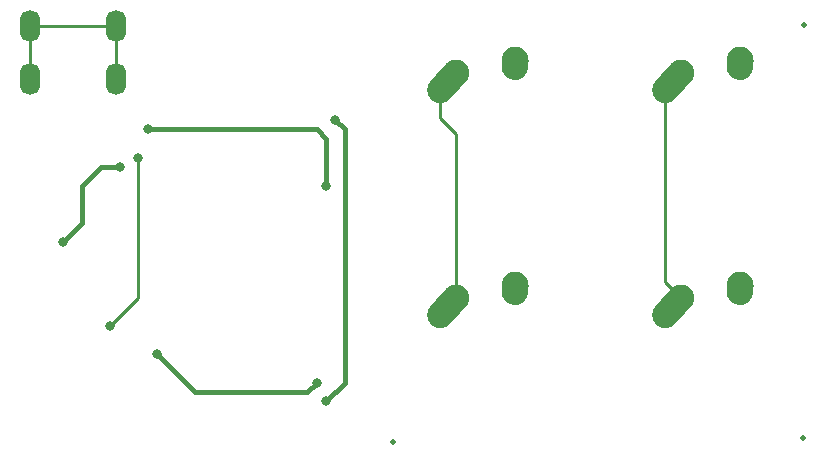
<source format=gtl>
%TF.GenerationSoftware,KiCad,Pcbnew,(5.1.10)-1*%
%TF.CreationDate,2022-03-08T18:09:42-05:00*%
%TF.ProjectId,DIY_Keyboard_PCB,4449595f-4b65-4796-926f-6172645f5043,rev?*%
%TF.SameCoordinates,Original*%
%TF.FileFunction,Copper,L1,Top*%
%TF.FilePolarity,Positive*%
%FSLAX46Y46*%
G04 Gerber Fmt 4.6, Leading zero omitted, Abs format (unit mm)*
G04 Created by KiCad (PCBNEW (5.1.10)-1) date 2022-03-08 18:09:42*
%MOMM*%
%LPD*%
G01*
G04 APERTURE LIST*
%TA.AperFunction,SMDPad,CuDef*%
%ADD10C,0.500000*%
%TD*%
%TA.AperFunction,ComponentPad*%
%ADD11O,1.700000X2.700000*%
%TD*%
%TA.AperFunction,ComponentPad*%
%ADD12C,2.250000*%
%TD*%
%TA.AperFunction,ViaPad*%
%ADD13C,0.800000*%
%TD*%
%TA.AperFunction,Conductor*%
%ADD14C,0.381000*%
%TD*%
%TA.AperFunction,Conductor*%
%ADD15C,0.254000*%
%TD*%
G04 APERTURE END LIST*
D10*
%TO.P,FID3,*%
%TO.N,*%
X142748000Y-167386000D03*
%TD*%
%TO.P,FID2,*%
%TO.N,*%
X142875000Y-132461000D03*
%TD*%
%TO.P,FID1,*%
%TO.N,*%
X108077000Y-167767000D03*
%TD*%
D11*
%TO.P,USB1,6*%
%TO.N,Net-(USB1-Pad6)*%
X77312500Y-132556250D03*
X84612500Y-132556250D03*
X84612500Y-137056250D03*
X77312500Y-137056250D03*
%TD*%
D12*
%TO.P,MX4,1*%
%TO.N,COL1*%
X132437500Y-155543750D03*
%TA.AperFunction,ComponentPad*%
G36*
G01*
X130376188Y-157841100D02*
X130376183Y-157841095D01*
G75*
G02*
X130290155Y-156252433I751317J837345D01*
G01*
X131600157Y-154792433D01*
G75*
G02*
X133188819Y-154706405I837345J-751317D01*
G01*
X133188819Y-154706405D01*
G75*
G02*
X133274847Y-156295067I-751317J-837345D01*
G01*
X131964845Y-157755067D01*
G75*
G02*
X130376183Y-157841095I-837345J751317D01*
G01*
G37*
%TD.AperFunction*%
%TO.P,MX4,2*%
%TO.N,Net-(D4-Pad2)*%
X137477500Y-154463750D03*
%TA.AperFunction,ComponentPad*%
G36*
G01*
X137360983Y-156166145D02*
X137360097Y-156166084D01*
G75*
G02*
X136315166Y-154966347I77403J1122334D01*
G01*
X136355166Y-154386347D01*
G75*
G02*
X137554903Y-153341416I1122334J-77403D01*
G01*
X137554903Y-153341416D01*
G75*
G02*
X138599834Y-154541153I-77403J-1122334D01*
G01*
X138559834Y-155121153D01*
G75*
G02*
X137360097Y-156166084I-1122334J77403D01*
G01*
G37*
%TD.AperFunction*%
%TD*%
%TO.P,MX3,1*%
%TO.N,COL1*%
X132437500Y-136493750D03*
%TA.AperFunction,ComponentPad*%
G36*
G01*
X130376188Y-138791100D02*
X130376183Y-138791095D01*
G75*
G02*
X130290155Y-137202433I751317J837345D01*
G01*
X131600157Y-135742433D01*
G75*
G02*
X133188819Y-135656405I837345J-751317D01*
G01*
X133188819Y-135656405D01*
G75*
G02*
X133274847Y-137245067I-751317J-837345D01*
G01*
X131964845Y-138705067D01*
G75*
G02*
X130376183Y-138791095I-837345J751317D01*
G01*
G37*
%TD.AperFunction*%
%TO.P,MX3,2*%
%TO.N,Net-(D3-Pad2)*%
X137477500Y-135413750D03*
%TA.AperFunction,ComponentPad*%
G36*
G01*
X137360983Y-137116145D02*
X137360097Y-137116084D01*
G75*
G02*
X136315166Y-135916347I77403J1122334D01*
G01*
X136355166Y-135336347D01*
G75*
G02*
X137554903Y-134291416I1122334J-77403D01*
G01*
X137554903Y-134291416D01*
G75*
G02*
X138599834Y-135491153I-77403J-1122334D01*
G01*
X138559834Y-136071153D01*
G75*
G02*
X137360097Y-137116084I-1122334J77403D01*
G01*
G37*
%TD.AperFunction*%
%TD*%
%TO.P,MX2,1*%
%TO.N,COL0*%
X113387500Y-155543750D03*
%TA.AperFunction,ComponentPad*%
G36*
G01*
X111326188Y-157841100D02*
X111326183Y-157841095D01*
G75*
G02*
X111240155Y-156252433I751317J837345D01*
G01*
X112550157Y-154792433D01*
G75*
G02*
X114138819Y-154706405I837345J-751317D01*
G01*
X114138819Y-154706405D01*
G75*
G02*
X114224847Y-156295067I-751317J-837345D01*
G01*
X112914845Y-157755067D01*
G75*
G02*
X111326183Y-157841095I-837345J751317D01*
G01*
G37*
%TD.AperFunction*%
%TO.P,MX2,2*%
%TO.N,Net-(D2-Pad2)*%
X118427500Y-154463750D03*
%TA.AperFunction,ComponentPad*%
G36*
G01*
X118310983Y-156166145D02*
X118310097Y-156166084D01*
G75*
G02*
X117265166Y-154966347I77403J1122334D01*
G01*
X117305166Y-154386347D01*
G75*
G02*
X118504903Y-153341416I1122334J-77403D01*
G01*
X118504903Y-153341416D01*
G75*
G02*
X119549834Y-154541153I-77403J-1122334D01*
G01*
X119509834Y-155121153D01*
G75*
G02*
X118310097Y-156166084I-1122334J77403D01*
G01*
G37*
%TD.AperFunction*%
%TD*%
%TO.P,MX1,1*%
%TO.N,COL0*%
X113387500Y-136493750D03*
%TA.AperFunction,ComponentPad*%
G36*
G01*
X111326188Y-138791100D02*
X111326183Y-138791095D01*
G75*
G02*
X111240155Y-137202433I751317J837345D01*
G01*
X112550157Y-135742433D01*
G75*
G02*
X114138819Y-135656405I837345J-751317D01*
G01*
X114138819Y-135656405D01*
G75*
G02*
X114224847Y-137245067I-751317J-837345D01*
G01*
X112914845Y-138705067D01*
G75*
G02*
X111326183Y-138791095I-837345J751317D01*
G01*
G37*
%TD.AperFunction*%
%TO.P,MX1,2*%
%TO.N,Net-(D1-Pad2)*%
X118427500Y-135413750D03*
%TA.AperFunction,ComponentPad*%
G36*
G01*
X118310983Y-137116145D02*
X118310097Y-137116084D01*
G75*
G02*
X117265166Y-135916347I77403J1122334D01*
G01*
X117305166Y-135336347D01*
G75*
G02*
X118504903Y-134291416I1122334J-77403D01*
G01*
X118504903Y-134291416D01*
G75*
G02*
X119549834Y-135491153I-77403J-1122334D01*
G01*
X119509834Y-136071153D01*
G75*
G02*
X118310097Y-137116084I-1122334J77403D01*
G01*
G37*
%TD.AperFunction*%
%TD*%
D13*
%TO.N,GND*%
X102393750Y-164306250D03*
X103187500Y-140493750D03*
%TO.N,+5V*%
X88106250Y-160337500D03*
X101600000Y-162718750D03*
X102393750Y-146050000D03*
X87312500Y-141287500D03*
X80168750Y-150812500D03*
X84931250Y-144462500D03*
%TO.N,Net-(R3-Pad2)*%
X84137500Y-157956250D03*
X86518750Y-143668750D03*
%TD*%
D14*
%TO.N,GND*%
X102393750Y-164306250D02*
X103981250Y-162718750D01*
X103981250Y-141287500D02*
X103187500Y-140493750D01*
X103981250Y-162718750D02*
X103981250Y-141287500D01*
%TO.N,+5V*%
X88106250Y-160337500D02*
X91281250Y-163512500D01*
X100806250Y-163512500D02*
X101600000Y-162718750D01*
X91281250Y-163512500D02*
X100806250Y-163512500D01*
X102393750Y-146050000D02*
X102393750Y-142875000D01*
X102393750Y-142875000D02*
X102393750Y-142081250D01*
X101600000Y-141287500D02*
X87312500Y-141287500D01*
X102393750Y-142081250D02*
X101600000Y-141287500D01*
X80168750Y-150812500D02*
X81756250Y-149225000D01*
X81756250Y-149225000D02*
X81756250Y-146050000D01*
X83343750Y-144462500D02*
X84931250Y-144462500D01*
X81756250Y-146050000D02*
X83343750Y-144462500D01*
D15*
%TO.N,COL0*%
X113387500Y-141645000D02*
X113387500Y-155543750D01*
X112077500Y-140335000D02*
X113387500Y-141645000D01*
X112077500Y-137953750D02*
X112077500Y-140335000D01*
%TO.N,COL1*%
X131127500Y-154233750D02*
X132437500Y-155543750D01*
X131127500Y-137953750D02*
X131127500Y-154233750D01*
%TO.N,Net-(R3-Pad2)*%
X84137500Y-157956250D02*
X86518750Y-155575000D01*
X86518750Y-155575000D02*
X86518750Y-144462500D01*
X86518750Y-144462500D02*
X86518750Y-143668750D01*
%TO.N,Net-(USB1-Pad6)*%
X77312500Y-137056250D02*
X77312500Y-132556250D01*
X84612500Y-132556250D02*
X77312500Y-132556250D01*
X84612500Y-132556250D02*
X84612500Y-137056250D01*
%TD*%
M02*

</source>
